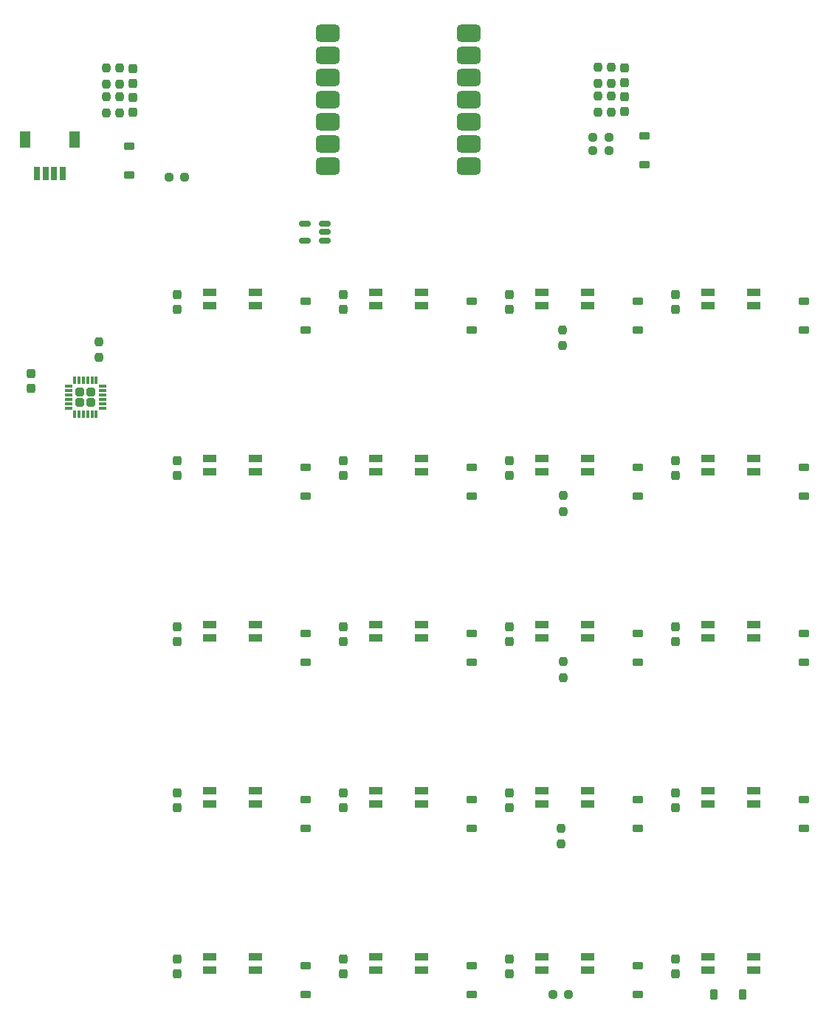
<source format=gbr>
%TF.GenerationSoftware,KiCad,Pcbnew,8.0.0*%
%TF.CreationDate,2024-11-26T10:36:05-05:00*%
%TF.ProjectId,macropad,6d616372-6f70-4616-942e-6b696361645f,v1.0*%
%TF.SameCoordinates,Original*%
%TF.FileFunction,Paste,Bot*%
%TF.FilePolarity,Positive*%
%FSLAX46Y46*%
G04 Gerber Fmt 4.6, Leading zero omitted, Abs format (unit mm)*
G04 Created by KiCad (PCBNEW 8.0.0) date 2024-11-26 10:36:05*
%MOMM*%
%LPD*%
G01*
G04 APERTURE LIST*
G04 Aperture macros list*
%AMRoundRect*
0 Rectangle with rounded corners*
0 $1 Rounding radius*
0 $2 $3 $4 $5 $6 $7 $8 $9 X,Y pos of 4 corners*
0 Add a 4 corners polygon primitive as box body*
4,1,4,$2,$3,$4,$5,$6,$7,$8,$9,$2,$3,0*
0 Add four circle primitives for the rounded corners*
1,1,$1+$1,$2,$3*
1,1,$1+$1,$4,$5*
1,1,$1+$1,$6,$7*
1,1,$1+$1,$8,$9*
0 Add four rect primitives between the rounded corners*
20,1,$1+$1,$2,$3,$4,$5,0*
20,1,$1+$1,$4,$5,$6,$7,0*
20,1,$1+$1,$6,$7,$8,$9,0*
20,1,$1+$1,$8,$9,$2,$3,0*%
G04 Aperture macros list end*
%ADD10RoundRect,0.082000X-0.718000X0.328000X-0.718000X-0.328000X0.718000X-0.328000X0.718000X0.328000X0*%
%ADD11RoundRect,0.237500X-0.237500X0.250000X-0.237500X-0.250000X0.237500X-0.250000X0.237500X0.250000X0*%
%ADD12RoundRect,0.237500X0.237500X-0.300000X0.237500X0.300000X-0.237500X0.300000X-0.237500X-0.300000X0*%
%ADD13RoundRect,0.225000X-0.225000X-0.375000X0.225000X-0.375000X0.225000X0.375000X-0.225000X0.375000X0*%
%ADD14RoundRect,0.225000X0.375000X-0.225000X0.375000X0.225000X-0.375000X0.225000X-0.375000X-0.225000X0*%
%ADD15RoundRect,0.247500X0.247500X0.247500X-0.247500X0.247500X-0.247500X-0.247500X0.247500X-0.247500X0*%
%ADD16RoundRect,0.075000X0.362500X0.075000X-0.362500X0.075000X-0.362500X-0.075000X0.362500X-0.075000X0*%
%ADD17RoundRect,0.075000X0.075000X0.362500X-0.075000X0.362500X-0.075000X-0.362500X0.075000X-0.362500X0*%
%ADD18RoundRect,0.237500X0.250000X0.237500X-0.250000X0.237500X-0.250000X-0.237500X0.250000X-0.237500X0*%
%ADD19RoundRect,0.237500X0.237500X-0.250000X0.237500X0.250000X-0.237500X0.250000X-0.237500X-0.250000X0*%
%ADD20R,0.660400X1.549400*%
%ADD21R,1.295400X1.905000*%
%ADD22RoundRect,0.237500X-0.250000X-0.237500X0.250000X-0.237500X0.250000X0.237500X-0.250000X0.237500X0*%
%ADD23RoundRect,0.150000X0.512500X0.150000X-0.512500X0.150000X-0.512500X-0.150000X0.512500X-0.150000X0*%
%ADD24RoundRect,0.500000X0.875000X0.500000X-0.875000X0.500000X-0.875000X-0.500000X0.875000X-0.500000X0*%
%ADD25RoundRect,0.237500X-0.237500X0.300000X-0.237500X-0.300000X0.237500X-0.300000X0.237500X0.300000X0*%
G04 APERTURE END LIST*
D10*
%TO.C,LED14*%
X122390000Y-124587401D03*
X122390000Y-126087401D03*
X127590000Y-126087401D03*
X127590000Y-124587401D03*
%TD*%
%TO.C,LED9*%
X84290000Y-105537401D03*
X84290000Y-107037401D03*
X89490000Y-107037401D03*
X89490000Y-105537401D03*
%TD*%
%TO.C,LED20*%
X141440000Y-143637401D03*
X141440000Y-145137401D03*
X146640000Y-145137401D03*
X146640000Y-143637401D03*
%TD*%
%TO.C,LED3*%
X122390000Y-67437401D03*
X122390000Y-68937401D03*
X127590000Y-68937401D03*
X127590000Y-67437401D03*
%TD*%
%TO.C,LED6*%
X122390000Y-86487401D03*
X122390000Y-87987401D03*
X127590000Y-87987401D03*
X127590000Y-86487401D03*
%TD*%
%TO.C,LED11*%
X122390000Y-105537401D03*
X122390000Y-107037401D03*
X127590000Y-107037401D03*
X127590000Y-105537401D03*
%TD*%
%TO.C,LED5*%
X141440000Y-86487401D03*
X141440000Y-87987401D03*
X146640000Y-87987401D03*
X146640000Y-86487401D03*
%TD*%
%TO.C,LED17*%
X84290000Y-143637401D03*
X84290000Y-145137401D03*
X89490000Y-145137401D03*
X89490000Y-143637401D03*
%TD*%
%TO.C,LED16*%
X84290000Y-124587401D03*
X84290000Y-126087401D03*
X89490000Y-126087401D03*
X89490000Y-124587401D03*
%TD*%
%TO.C,LED13*%
X141440000Y-124587401D03*
X141440000Y-126087401D03*
X146640000Y-126087401D03*
X146640000Y-124587401D03*
%TD*%
%TO.C,LED1*%
X84290000Y-67437401D03*
X84290000Y-68937401D03*
X89490000Y-68937401D03*
X89490000Y-67437401D03*
%TD*%
%TO.C,LED2*%
X103340000Y-67437401D03*
X103340000Y-68937401D03*
X108540000Y-68937401D03*
X108540000Y-67437401D03*
%TD*%
%TO.C,LED4*%
X141440000Y-67437401D03*
X141440000Y-68937401D03*
X146640000Y-68937401D03*
X146640000Y-67437401D03*
%TD*%
%TO.C,LED10*%
X103340000Y-105537401D03*
X103340000Y-107037401D03*
X108540000Y-107037401D03*
X108540000Y-105537401D03*
%TD*%
%TO.C,LED21*%
X122390000Y-143637401D03*
X122390000Y-145137401D03*
X127590000Y-145137401D03*
X127590000Y-143637401D03*
%TD*%
%TO.C,LED8*%
X84290000Y-86487401D03*
X84290000Y-87987401D03*
X89490000Y-87987401D03*
X89490000Y-86487401D03*
%TD*%
%TO.C,LED18*%
X103340000Y-143637401D03*
X103340000Y-145137401D03*
X108540000Y-145137401D03*
X108540000Y-143637401D03*
%TD*%
%TO.C,LED7*%
X103340000Y-86487401D03*
X103340000Y-87987401D03*
X108540000Y-87987401D03*
X108540000Y-86487401D03*
%TD*%
%TO.C,LED12*%
X141440000Y-105537401D03*
X141440000Y-107037401D03*
X146640000Y-107037401D03*
X146640000Y-105537401D03*
%TD*%
%TO.C,LED15*%
X103340000Y-124587401D03*
X103340000Y-126087401D03*
X108540000Y-126087401D03*
X108540000Y-124587401D03*
%TD*%
D11*
%TO.C,R15*%
X124532800Y-128871802D03*
X124532800Y-130696802D03*
%TD*%
D12*
%TO.C,C8*%
X137690000Y-88454402D03*
X137690000Y-86729402D03*
%TD*%
D13*
%TO.C,D20*%
X142136000Y-147943402D03*
X145436000Y-147943402D03*
%TD*%
D14*
%TO.C,D15*%
X133372000Y-128891402D03*
X133372000Y-125591402D03*
%TD*%
%TO.C,D8*%
X152422000Y-90791402D03*
X152422000Y-87491402D03*
%TD*%
D12*
%TO.C,C22*%
X131848000Y-43395902D03*
X131848000Y-41670902D03*
%TD*%
%TO.C,C24*%
X118640000Y-145604402D03*
X118640000Y-143879402D03*
%TD*%
%TO.C,C13*%
X80540000Y-107504402D03*
X80540000Y-105779402D03*
%TD*%
D15*
%TO.C,U2*%
X70634400Y-80049602D03*
X70634400Y-78829602D03*
X69414400Y-80049602D03*
X69414400Y-78829602D03*
D16*
X71961900Y-78189602D03*
X71961900Y-78689602D03*
X71961900Y-79189602D03*
X71961900Y-79689602D03*
X71961900Y-80189602D03*
X71961900Y-80689602D03*
D17*
X71274400Y-81377102D03*
X70774400Y-81377102D03*
X70274400Y-81377102D03*
X69774400Y-81377102D03*
X69274400Y-81377102D03*
X68774400Y-81377102D03*
D16*
X68086900Y-80689602D03*
X68086900Y-80189602D03*
X68086900Y-79689602D03*
X68086900Y-79189602D03*
X68086900Y-78689602D03*
X68086900Y-78189602D03*
D17*
X68774400Y-77502102D03*
X69274400Y-77502102D03*
X69774400Y-77502102D03*
X70274400Y-77502102D03*
X70774400Y-77502102D03*
X71274400Y-77502102D03*
%TD*%
D12*
%TO.C,C15*%
X99590000Y-88454402D03*
X99590000Y-86729402D03*
%TD*%
D14*
%TO.C,D17*%
X95272000Y-147941402D03*
X95272000Y-144641402D03*
%TD*%
D18*
%TO.C,R17*%
X81399800Y-54217402D03*
X79574800Y-54217402D03*
%TD*%
D12*
%TO.C,C11*%
X118640000Y-107504402D03*
X118640000Y-105779402D03*
%TD*%
%TO.C,C12*%
X99590000Y-107504402D03*
X99590000Y-105779402D03*
%TD*%
%TO.C,C16*%
X137690000Y-126554402D03*
X137690000Y-124829402D03*
%TD*%
D14*
%TO.C,D14*%
X114322000Y-128891402D03*
X114322000Y-125591402D03*
%TD*%
%TO.C,D18*%
X114322000Y-147941402D03*
X114322000Y-144641402D03*
%TD*%
D11*
%TO.C,R14*%
X124812200Y-109771002D03*
X124812200Y-111596002D03*
%TD*%
D14*
%TO.C,D9*%
X95272000Y-109841402D03*
X95272000Y-106541402D03*
%TD*%
D12*
%TO.C,C6*%
X118640000Y-69404402D03*
X118640000Y-67679402D03*
%TD*%
%TO.C,C20*%
X80540000Y-145604402D03*
X80540000Y-143879402D03*
%TD*%
D14*
%TO.C,D22*%
X134134000Y-52819402D03*
X134134000Y-49519402D03*
%TD*%
D19*
%TO.C,R9*%
X128800000Y-43445902D03*
X128800000Y-41620902D03*
%TD*%
D20*
%TO.C,J1*%
X64440000Y-53780902D03*
X65440001Y-53780902D03*
X66439999Y-53780902D03*
X67440000Y-53780902D03*
D21*
X68739999Y-49905901D03*
X63140001Y-49905901D03*
%TD*%
D11*
%TO.C,R13*%
X124812200Y-90746402D03*
X124812200Y-92571402D03*
%TD*%
%TO.C,R4*%
X73936000Y-41724402D03*
X73936000Y-43549402D03*
%TD*%
D12*
%TO.C,C19*%
X80540000Y-126554402D03*
X80540000Y-124829402D03*
%TD*%
%TO.C,C21*%
X99590000Y-145604402D03*
X99590000Y-143879402D03*
%TD*%
D14*
%TO.C,D6*%
X114322000Y-90791402D03*
X114322000Y-87491402D03*
%TD*%
%TO.C,D7*%
X133372000Y-90791402D03*
X133372000Y-87491402D03*
%TD*%
D12*
%TO.C,C9*%
X118640000Y-88454402D03*
X118640000Y-86729402D03*
%TD*%
D14*
%TO.C,D12*%
X152422000Y-109841402D03*
X152422000Y-106541402D03*
%TD*%
D12*
%TO.C,C3*%
X80540000Y-69404402D03*
X80540000Y-67679402D03*
%TD*%
D22*
%TO.C,R2*%
X128245000Y-49645402D03*
X130070000Y-49645402D03*
%TD*%
D14*
%TO.C,D5*%
X95272000Y-90791402D03*
X95272000Y-87491402D03*
%TD*%
D12*
%TO.C,C14*%
X80540000Y-88454402D03*
X80540000Y-86729402D03*
%TD*%
%TO.C,C25*%
X131848000Y-46697902D03*
X131848000Y-44972902D03*
%TD*%
D14*
%TO.C,D1*%
X95272000Y-71741402D03*
X95272000Y-68441402D03*
%TD*%
D12*
%TO.C,C7*%
X137690000Y-69404402D03*
X137690000Y-67679402D03*
%TD*%
D14*
%TO.C,D3*%
X133372000Y-71741402D03*
X133372000Y-68441402D03*
%TD*%
D22*
%TO.C,R3*%
X128245000Y-51169402D03*
X130070000Y-51169402D03*
%TD*%
D11*
%TO.C,R5*%
X72412000Y-45026402D03*
X72412000Y-46851402D03*
%TD*%
D12*
%TO.C,C18*%
X99590000Y-126554402D03*
X99590000Y-124829402D03*
%TD*%
D23*
%TO.C,U3*%
X97507200Y-59581802D03*
X97507200Y-60531802D03*
X97507200Y-61481802D03*
X95232200Y-61481802D03*
X95232200Y-59581802D03*
%TD*%
D14*
%TO.C,D11*%
X133372000Y-109841402D03*
X133372000Y-106541402D03*
%TD*%
%TO.C,D16*%
X152422000Y-128891402D03*
X152422000Y-125591402D03*
%TD*%
D12*
%TO.C,C10*%
X137690000Y-107504402D03*
X137690000Y-105779402D03*
%TD*%
%TO.C,C5*%
X99590000Y-69404402D03*
X99590000Y-67679402D03*
%TD*%
D24*
%TO.C,U1*%
X114022500Y-37707402D03*
X114022500Y-40247402D03*
X114022500Y-42787402D03*
X114022500Y-45327402D03*
X114022500Y-47867402D03*
X114022500Y-50407402D03*
X114022500Y-52947402D03*
X97857500Y-52947402D03*
X97857500Y-50407402D03*
X97857500Y-47867402D03*
X97857500Y-45327402D03*
X97857500Y-42787402D03*
X97857500Y-40247402D03*
X97857500Y-37707402D03*
%TD*%
D12*
%TO.C,C4*%
X75460000Y-43499402D03*
X75460000Y-41774402D03*
%TD*%
D14*
%TO.C,D13*%
X95272000Y-128891402D03*
X95272000Y-125591402D03*
%TD*%
D11*
%TO.C,R10*%
X128800000Y-44925902D03*
X128800000Y-46750902D03*
%TD*%
D12*
%TO.C,C2*%
X75460000Y-46801402D03*
X75460000Y-45076402D03*
%TD*%
D19*
%TO.C,R1*%
X71599200Y-74893002D03*
X71599200Y-73068002D03*
%TD*%
D14*
%TO.C,D21*%
X75079000Y-53937002D03*
X75079000Y-50637002D03*
%TD*%
%TO.C,D10*%
X114322000Y-109841402D03*
X114322000Y-106541402D03*
%TD*%
D11*
%TO.C,R11*%
X130324000Y-44925902D03*
X130324000Y-46750902D03*
%TD*%
D14*
%TO.C,D4*%
X152422000Y-71741402D03*
X152422000Y-68441402D03*
%TD*%
D19*
%TO.C,R8*%
X72412000Y-43549402D03*
X72412000Y-41724402D03*
%TD*%
D11*
%TO.C,R6*%
X73936000Y-45026402D03*
X73936000Y-46851402D03*
%TD*%
D12*
%TO.C,C23*%
X137690000Y-145604402D03*
X137690000Y-143879402D03*
%TD*%
D18*
%TO.C,R16*%
X125447200Y-147914202D03*
X123622200Y-147914202D03*
%TD*%
D14*
%TO.C,D19*%
X133372000Y-147941402D03*
X133372000Y-144641402D03*
%TD*%
D25*
%TO.C,C1*%
X63768900Y-76718602D03*
X63768900Y-78443602D03*
%TD*%
D11*
%TO.C,R12*%
X124761400Y-71721802D03*
X124761400Y-73546802D03*
%TD*%
D12*
%TO.C,C17*%
X118640000Y-126554402D03*
X118640000Y-124829402D03*
%TD*%
D14*
%TO.C,D2*%
X114322000Y-71741402D03*
X114322000Y-68441402D03*
%TD*%
D11*
%TO.C,R7*%
X130324000Y-41620902D03*
X130324000Y-43445902D03*
%TD*%
M02*

</source>
